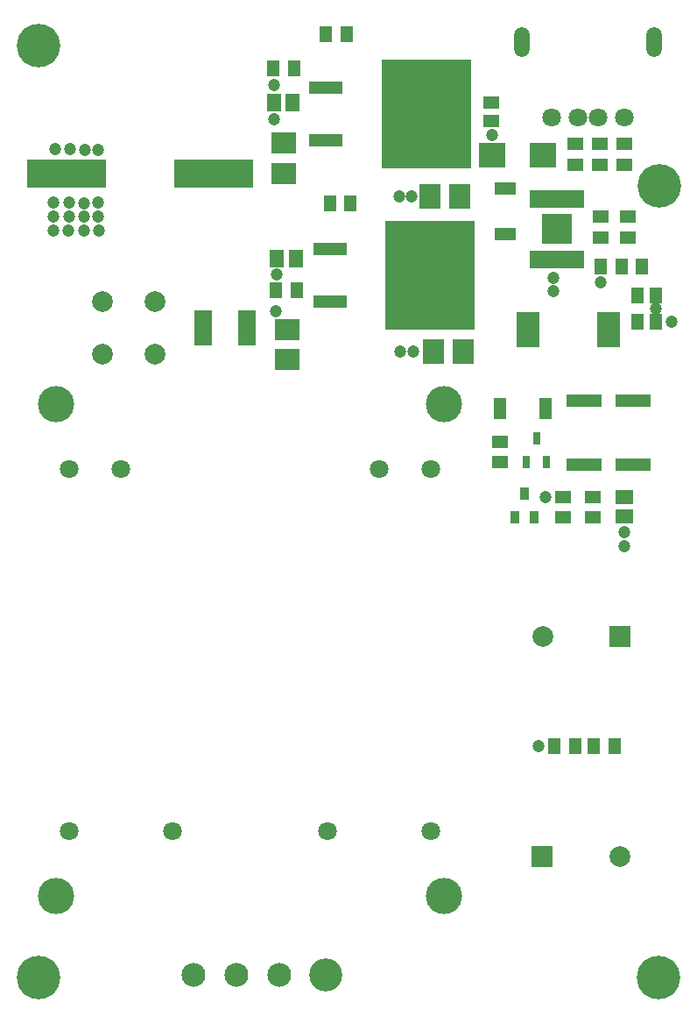
<source format=gts>
G04 Layer_Color=8388736*
%FSAX25Y25*%
%MOIN*%
G70*
G01*
G75*
%ADD50R,0.06312X0.04540*%
%ADD51R,0.10052X0.09658*%
%ADD52R,0.06312X0.04934*%
%ADD53R,0.30328X0.10642*%
%ADD54R,0.06706X0.13398*%
%ADD55R,0.07887X0.09658*%
%ADD56R,0.09658X0.07887*%
%ADD57R,0.04540X0.06312*%
%ADD58R,0.05328X0.06509*%
%ADD59R,0.12611X0.04737*%
%ADD60R,0.33871X0.41351*%
%ADD61R,0.08398X0.04737*%
%ADD62R,0.08674X0.13398*%
%ADD63R,0.11430X0.11430*%
%ADD64R,0.02572X0.06509*%
%ADD65R,0.04934X0.06312*%
%ADD66R,0.04737X0.08398*%
%ADD67R,0.13792X0.04934*%
%ADD68R,0.06509X0.05328*%
%ADD69R,0.03162X0.04934*%
%ADD70R,0.03359X0.04934*%
%ADD71O,0.05918X0.11430*%
%ADD72C,0.07099*%
%ADD73C,0.16548*%
%ADD74C,0.09068*%
%ADD75C,0.12598*%
%ADD76C,0.07887*%
%ADD77R,0.07887X0.07887*%
%ADD78C,0.13780*%
%ADD79C,0.04737*%
D50*
X0323600Y0418963D02*
D03*
Y0426837D02*
D03*
X0333000Y0418963D02*
D03*
Y0426837D02*
D03*
X0314100Y0418963D02*
D03*
Y0426837D02*
D03*
X0334100Y0399137D02*
D03*
Y0391263D02*
D03*
X0324000Y0391363D02*
D03*
Y0399237D02*
D03*
X0321000Y0284863D02*
D03*
Y0292737D02*
D03*
X0309400Y0292637D02*
D03*
Y0284763D02*
D03*
X0285600Y0313737D02*
D03*
Y0305863D02*
D03*
D51*
X0282554Y0422700D02*
D03*
X0301846D02*
D03*
D52*
X0282300Y0442743D02*
D03*
Y0435657D02*
D03*
D53*
X0176553Y0415700D02*
D03*
X0120647D02*
D03*
D54*
X0189168Y0356900D02*
D03*
X0172632D02*
D03*
D55*
X0260091Y0348000D02*
D03*
X0271509D02*
D03*
X0258891Y0407000D02*
D03*
X0270309D02*
D03*
D56*
X0204600Y0356209D02*
D03*
Y0344791D02*
D03*
X0203100Y0427109D02*
D03*
Y0415691D02*
D03*
D57*
X0200263Y0371200D02*
D03*
X0208137D02*
D03*
X0199263Y0455600D02*
D03*
X0207137D02*
D03*
X0219363Y0468600D02*
D03*
X0227237D02*
D03*
X0220763Y0404300D02*
D03*
X0228637D02*
D03*
X0331826Y0380200D02*
D03*
X0339700D02*
D03*
X0323963D02*
D03*
X0331837D02*
D03*
X0321163Y0197900D02*
D03*
X0329037D02*
D03*
X0306163D02*
D03*
X0314037D02*
D03*
D58*
X0207743Y0383300D02*
D03*
X0200657D02*
D03*
X0206643Y0442500D02*
D03*
X0199557D02*
D03*
D59*
X0219311Y0448100D02*
D03*
Y0428100D02*
D03*
X0220811Y0386900D02*
D03*
Y0366900D02*
D03*
D60*
X0257500Y0438100D02*
D03*
X0259000Y0376900D02*
D03*
D61*
X0287400Y0410001D02*
D03*
Y0392599D02*
D03*
D62*
X0326854Y0356200D02*
D03*
X0296146D02*
D03*
D63*
X0307300Y0394500D02*
D03*
D64*
X0298343Y0383083D02*
D03*
X0300902D02*
D03*
X0303461D02*
D03*
X0306020D02*
D03*
X0308579D02*
D03*
X0311139D02*
D03*
X0313698D02*
D03*
X0316257D02*
D03*
Y0405917D02*
D03*
X0313698D02*
D03*
X0311139D02*
D03*
X0308579D02*
D03*
X0306020D02*
D03*
X0303461D02*
D03*
X0300902D02*
D03*
X0298343D02*
D03*
D65*
X0337857Y0369300D02*
D03*
X0344943D02*
D03*
X0337857Y0359100D02*
D03*
X0344943D02*
D03*
D66*
X0302902Y0326300D02*
D03*
X0285500D02*
D03*
D67*
X0317400Y0304895D02*
D03*
Y0329305D02*
D03*
X0336200Y0304895D02*
D03*
Y0329305D02*
D03*
D68*
X0332900Y0285357D02*
D03*
Y0292443D02*
D03*
D69*
X0299400Y0314928D02*
D03*
X0303140Y0305872D02*
D03*
X0295660D02*
D03*
D70*
X0291060Y0284772D02*
D03*
X0298540D02*
D03*
X0294800Y0293828D02*
D03*
D71*
X0344294Y0465700D02*
D03*
X0293900D02*
D03*
D72*
X0332876Y0436763D02*
D03*
X0323034D02*
D03*
X0315160D02*
D03*
X0305317D02*
D03*
X0121390Y0303400D02*
D03*
X0141075D02*
D03*
X0259185D02*
D03*
X0239500D02*
D03*
X0219815Y0165605D02*
D03*
X0259185D02*
D03*
X0121390D02*
D03*
X0160760D02*
D03*
D73*
X0346000Y0109800D02*
D03*
X0346063Y0411024D02*
D03*
X0109843Y0109843D02*
D03*
X0109800Y0464200D02*
D03*
D74*
X0169001Y0111000D02*
D03*
X0185300D02*
D03*
X0201599D02*
D03*
D75*
X0219119D02*
D03*
D76*
X0154100Y0346900D02*
D03*
Y0366900D02*
D03*
X0134100D02*
D03*
Y0346900D02*
D03*
X0301836Y0239700D02*
D03*
X0331164Y0156000D02*
D03*
D77*
X0331364Y0239700D02*
D03*
X0301636Y0156000D02*
D03*
D78*
X0116468Y0328006D02*
D03*
X0264106D02*
D03*
X0116468Y0140998D02*
D03*
X0264106D02*
D03*
D79*
X0127300Y0393800D02*
D03*
X0132900D02*
D03*
X0115500Y0393900D02*
D03*
X0121300Y0393800D02*
D03*
X0332900Y0274000D02*
D03*
Y0279400D02*
D03*
X0305900Y0376000D02*
D03*
Y0370900D02*
D03*
X0199600Y0449400D02*
D03*
X0282600Y0430200D02*
D03*
X0323800Y0374300D02*
D03*
X0127500Y0424700D02*
D03*
X0116200Y0424800D02*
D03*
X0132700Y0404500D02*
D03*
X0121400Y0399200D02*
D03*
X0132700Y0424700D02*
D03*
X0121900Y0424800D02*
D03*
X0115500Y0399300D02*
D03*
X0115600Y0404500D02*
D03*
X0127100Y0404400D02*
D03*
X0132700Y0399300D02*
D03*
X0127200D02*
D03*
X0121400Y0404500D02*
D03*
X0344943Y0364400D02*
D03*
X0247700Y0348000D02*
D03*
X0247300Y0407000D02*
D03*
X0199500Y0436100D02*
D03*
X0351000Y0359100D02*
D03*
X0300200Y0197800D02*
D03*
X0252400Y0348000D02*
D03*
X0302900Y0292637D02*
D03*
X0251800Y0407000D02*
D03*
X0200200Y0363300D02*
D03*
X0200400Y0377300D02*
D03*
M02*

</source>
